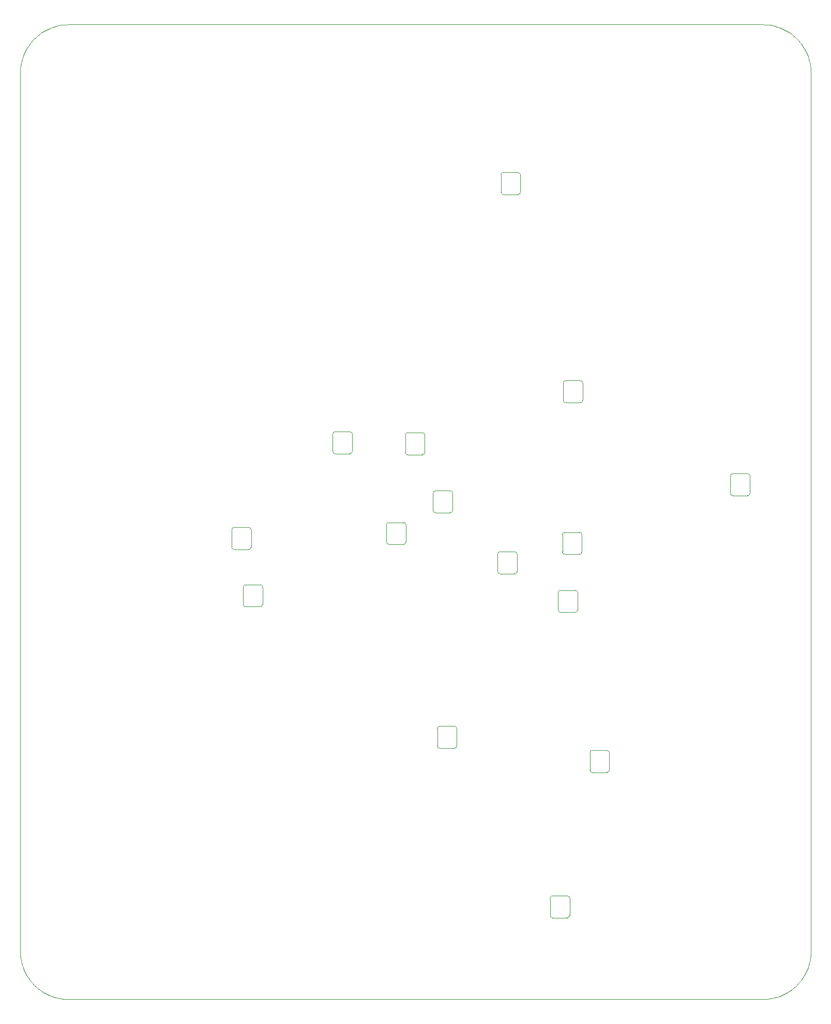
<source format=gm1>
G04 #@! TF.GenerationSoftware,KiCad,Pcbnew,7.0.10*
G04 #@! TF.CreationDate,2024-02-18T18:29:19+01:00*
G04 #@! TF.ProjectId,hackerspacesnl,6861636b-6572-4737-9061-6365736e6c2e,rev?*
G04 #@! TF.SameCoordinates,Original*
G04 #@! TF.FileFunction,Profile,NP*
%FSLAX46Y46*%
G04 Gerber Fmt 4.6, Leading zero omitted, Abs format (unit mm)*
G04 Created by KiCad (PCBNEW 7.0.10) date 2024-02-18 18:29:19*
%MOMM*%
%LPD*%
G01*
G04 APERTURE LIST*
G04 #@! TA.AperFunction,Profile*
%ADD10C,0.100000*%
G04 #@! TD*
G04 #@! TA.AperFunction,Profile*
%ADD11C,0.050000*%
G04 #@! TD*
G04 APERTURE END LIST*
D10*
X32239368Y-36860330D02*
X32249699Y-36448731D01*
X32239368Y-180411265D02*
X32239368Y-36860330D01*
X32249699Y-36448731D02*
X32280362Y-36042673D01*
X32249699Y-180822863D02*
X32239368Y-180411265D01*
X32280362Y-36042673D02*
X32330865Y-35642648D01*
X32280362Y-181228922D02*
X32249699Y-180822863D01*
X32330865Y-35642648D02*
X32400715Y-35249151D01*
X32330865Y-181628946D02*
X32280362Y-181228922D01*
X32400715Y-35249151D02*
X32489418Y-34862675D01*
X32400715Y-182022443D02*
X32330865Y-181628946D01*
X32489418Y-34862675D02*
X32596480Y-34483714D01*
X32489418Y-182408920D02*
X32400715Y-182022443D01*
X32596480Y-34483714D02*
X32721409Y-34112760D01*
X32596480Y-182787881D02*
X32489418Y-182408920D01*
X32721409Y-34112760D02*
X32863712Y-33750309D01*
X32721409Y-183158834D02*
X32596480Y-182787881D01*
X32863712Y-33750309D02*
X33022895Y-33396852D01*
X32863712Y-183521286D02*
X32721409Y-183158834D01*
X33022895Y-33396852D02*
X33198465Y-33052885D01*
X33022895Y-183874742D02*
X32863712Y-183521286D01*
X33198465Y-33052885D02*
X33389929Y-32718900D01*
X33198465Y-184218709D02*
X33022895Y-183874742D01*
X33389929Y-32718900D02*
X33596794Y-32395391D01*
X33389929Y-184552694D02*
X33198465Y-184218709D01*
X33596794Y-32395391D02*
X33818566Y-32082852D01*
X33596794Y-184876203D02*
X33389929Y-184552694D01*
X33818566Y-32082852D02*
X34054752Y-31781775D01*
X33818566Y-185188743D02*
X33596794Y-184876203D01*
X34054752Y-31781775D02*
X34304859Y-31492656D01*
X34054752Y-185489819D02*
X33818566Y-185188743D01*
X34304859Y-31492656D02*
X34568394Y-31215987D01*
X34304859Y-185778938D02*
X34054752Y-185489819D01*
X34568394Y-31215987D02*
X34844864Y-30952261D01*
X34568394Y-186055607D02*
X34304859Y-185778938D01*
X34844864Y-30952261D02*
X35133774Y-30701974D01*
X34844864Y-186319332D02*
X34568394Y-186055607D01*
X35133774Y-30701974D02*
X35434633Y-30465617D01*
X35133774Y-186569620D02*
X34844864Y-186319332D01*
X35434633Y-30465617D02*
X35746947Y-30243685D01*
X35434633Y-186805977D02*
X35133774Y-186569620D01*
X35746947Y-30243685D02*
X36070222Y-30036671D01*
X35746947Y-187027909D02*
X35434633Y-186805977D01*
X36070222Y-30036671D02*
X36403966Y-29845068D01*
X36070222Y-187234923D02*
X35746947Y-187027909D01*
X36403966Y-29845068D02*
X36747685Y-29669371D01*
X36403966Y-187426525D02*
X36070222Y-187234923D01*
X36747685Y-29669371D02*
X37100887Y-29510073D01*
X36747685Y-187602222D02*
X36403966Y-187426525D01*
X37100887Y-29510073D02*
X37463077Y-29367668D01*
X37100887Y-187761520D02*
X36747685Y-187602222D01*
X37463077Y-29367668D02*
X37833762Y-29242648D01*
X37463077Y-187903925D02*
X37100887Y-187761520D01*
X37833762Y-29242648D02*
X38212450Y-29135508D01*
X37833762Y-188028945D02*
X37463077Y-187903925D01*
X38212450Y-29135508D02*
X38598647Y-29046741D01*
X38212450Y-188136084D02*
X37833762Y-188028945D01*
X38598647Y-29046741D02*
X38991860Y-28976841D01*
X38598647Y-188224851D02*
X38212450Y-188136084D01*
X38991860Y-28976841D02*
X39391596Y-28926302D01*
X38991860Y-188294751D02*
X38598647Y-188224851D01*
X39391596Y-28926302D02*
X39797361Y-28895616D01*
X39391596Y-188345291D02*
X38991860Y-188294751D01*
X39797361Y-28895616D02*
X40208662Y-28885278D01*
X39797361Y-188375976D02*
X39391596Y-188345291D01*
X40208662Y-28885278D02*
X40208662Y-28885278D01*
X40208662Y-28885278D02*
X40208662Y-28885278D01*
X40208662Y-28885278D02*
X153771122Y-28885278D01*
X40208662Y-188386315D02*
X39797361Y-188375976D01*
X153771122Y-28885278D02*
X154182424Y-28895616D01*
X153771122Y-188386315D02*
X40208662Y-188386315D01*
X154182424Y-28895616D02*
X154588189Y-28926302D01*
X154182424Y-188375976D02*
X153771122Y-188386315D01*
X154588189Y-28926302D02*
X154987925Y-28976841D01*
X154588189Y-188345291D02*
X154182424Y-188375976D01*
X154987925Y-28976841D02*
X155381138Y-29046741D01*
X154987925Y-188294751D02*
X154588189Y-188345291D01*
X155381138Y-29046741D02*
X155767335Y-29135508D01*
X155381138Y-188224851D02*
X154987925Y-188294751D01*
X155767335Y-29135508D02*
X156146024Y-29242648D01*
X155767335Y-188136084D02*
X155381138Y-188224851D01*
X156146024Y-29242648D02*
X156516709Y-29367668D01*
X156146024Y-188028945D02*
X155767335Y-188136084D01*
X156516709Y-29367668D02*
X156878899Y-29510073D01*
X156516709Y-187903925D02*
X156146024Y-188028945D01*
X156878899Y-29510073D02*
X157232101Y-29669371D01*
X156878899Y-187761520D02*
X156516709Y-187903925D01*
X157232101Y-29669371D02*
X157575820Y-29845068D01*
X157232101Y-187602222D02*
X156878899Y-187761520D01*
X157575820Y-29845068D02*
X157909564Y-30036671D01*
X157575820Y-187426525D02*
X157232101Y-187602222D01*
X157909564Y-30036671D02*
X158232840Y-30243685D01*
X157909564Y-187234923D02*
X157575820Y-187426525D01*
X158232840Y-30243685D02*
X158545154Y-30465617D01*
X158232840Y-187027909D02*
X157909564Y-187234923D01*
X158545154Y-30465617D02*
X158846013Y-30701974D01*
X158545154Y-186805977D02*
X158232840Y-187027909D01*
X158846013Y-30701974D02*
X159134924Y-30952261D01*
X158846013Y-186569620D02*
X158545154Y-186805977D01*
X159134924Y-30952261D02*
X159411394Y-31215987D01*
X159134924Y-186319332D02*
X158846013Y-186569620D01*
X159411394Y-31215987D02*
X159674929Y-31492656D01*
X159411394Y-186055607D02*
X159134924Y-186319332D01*
X159674929Y-31492656D02*
X159925036Y-31781775D01*
X159674929Y-185778938D02*
X159411394Y-186055607D01*
X159925036Y-31781775D02*
X160161223Y-32082852D01*
X159925036Y-185489819D02*
X159674929Y-185778938D01*
X160161223Y-32082852D02*
X160382995Y-32395391D01*
X160161223Y-185188743D02*
X159925036Y-185489819D01*
X160382995Y-32395391D02*
X160589860Y-32718900D01*
X160382995Y-184876203D02*
X160161223Y-185188743D01*
X160589860Y-32718900D02*
X160781324Y-33052885D01*
X160589860Y-184552694D02*
X160382995Y-184876203D01*
X160781324Y-33052885D02*
X160956894Y-33396852D01*
X160781324Y-184218709D02*
X160589860Y-184552694D01*
X160956894Y-33396852D02*
X161116077Y-33750309D01*
X160956894Y-183874742D02*
X160781324Y-184218709D01*
X161116077Y-33750309D02*
X161258380Y-34112760D01*
X161116077Y-183521286D02*
X160956894Y-183874742D01*
X161258380Y-34112760D02*
X161383310Y-34483714D01*
X161258380Y-183158834D02*
X161116077Y-183521286D01*
X161383310Y-34483714D02*
X161490372Y-34862675D01*
X161383310Y-182787881D02*
X161258380Y-183158834D01*
X161490372Y-34862675D02*
X161579075Y-35249151D01*
X161490372Y-182408920D02*
X161383310Y-182787881D01*
X161579075Y-35249151D02*
X161648925Y-35642648D01*
X161579075Y-182022443D02*
X161490372Y-182408920D01*
X161648925Y-35642648D02*
X161699428Y-36042673D01*
X161648925Y-181628946D02*
X161579075Y-182022443D01*
X161699428Y-36042673D02*
X161730092Y-36448731D01*
X161699428Y-181228922D02*
X161648925Y-181628946D01*
X161730092Y-36448731D02*
X161740422Y-36860330D01*
X161730092Y-180822863D02*
X161699428Y-181228922D01*
X161740422Y-36860330D02*
X161740422Y-180411265D01*
X161740422Y-180411265D02*
X161730092Y-180822863D01*
D11*
X95017440Y-113946080D02*
X92617440Y-113946080D01*
X92217440Y-113546080D02*
X92217440Y-110746080D01*
X95417440Y-113546080D02*
X95417440Y-110746080D01*
X95017440Y-110346080D02*
X92617440Y-110346080D01*
X92217440Y-113546080D02*
G75*
G03*
X92617440Y-113946080I399999J-1D01*
G01*
X95017440Y-113946080D02*
G75*
G03*
X95417440Y-113546080I1J399999D01*
G01*
X92617440Y-110346080D02*
G75*
G03*
X92217440Y-110746080I0J-400000D01*
G01*
X95417440Y-110746080D02*
G75*
G03*
X95017440Y-110346080I-400000J0D01*
G01*
X71558000Y-124139100D02*
X69158000Y-124139100D01*
X68758000Y-123739100D02*
X68758000Y-120939100D01*
X71958000Y-123739100D02*
X71958000Y-120939100D01*
X71558000Y-120539100D02*
X69158000Y-120539100D01*
X68758000Y-123739100D02*
G75*
G03*
X69158000Y-124139100I399999J-1D01*
G01*
X71558000Y-124139100D02*
G75*
G03*
X71958000Y-123739100I1J399999D01*
G01*
X69158000Y-120539100D02*
G75*
G03*
X68758000Y-120939100I0J-400000D01*
G01*
X71958000Y-120939100D02*
G75*
G03*
X71558000Y-120539100I-400000J0D01*
G01*
X123959100Y-90742400D02*
X121559100Y-90742400D01*
X121159100Y-90342400D02*
X121159100Y-87542400D01*
X124359100Y-90342400D02*
X124359100Y-87542400D01*
X123959100Y-87142400D02*
X121559100Y-87142400D01*
X121159100Y-90342400D02*
G75*
G03*
X121559100Y-90742400I399999J-1D01*
G01*
X123959100Y-90742400D02*
G75*
G03*
X124359100Y-90342400I1J399999D01*
G01*
X121559100Y-87142400D02*
G75*
G03*
X121159100Y-87542400I0J-400000D01*
G01*
X124359100Y-87542400D02*
G75*
G03*
X123959100Y-87142400I-400000J0D01*
G01*
X123832100Y-115570900D02*
X121432100Y-115570900D01*
X121032100Y-115170900D02*
X121032100Y-112370900D01*
X124232100Y-115170900D02*
X124232100Y-112370900D01*
X123832100Y-111970900D02*
X121432100Y-111970900D01*
X121032100Y-115170900D02*
G75*
G03*
X121432100Y-115570900I399999J-1D01*
G01*
X123832100Y-115570900D02*
G75*
G03*
X124232100Y-115170900I1J399999D01*
G01*
X121432100Y-111970900D02*
G75*
G03*
X121032100Y-112370900I0J-400000D01*
G01*
X124232100Y-112370900D02*
G75*
G03*
X123832100Y-111970900I-400000J0D01*
G01*
X113214900Y-118758600D02*
X110814900Y-118758600D01*
X110414900Y-118358600D02*
X110414900Y-115558600D01*
X113614900Y-118358600D02*
X113614900Y-115558600D01*
X113214900Y-115158600D02*
X110814900Y-115158600D01*
X110414900Y-118358600D02*
G75*
G03*
X110814900Y-118758600I399999J-1D01*
G01*
X113214900Y-118758600D02*
G75*
G03*
X113614900Y-118358600I1J399999D01*
G01*
X110814900Y-115158600D02*
G75*
G03*
X110414900Y-115558600I0J-400000D01*
G01*
X113614900Y-115558600D02*
G75*
G03*
X113214900Y-115158600I-400000J0D01*
G01*
X103347000Y-147295500D02*
X100947000Y-147295500D01*
X100547000Y-146895500D02*
X100547000Y-144095500D01*
X103747000Y-146895500D02*
X103747000Y-144095500D01*
X103347000Y-143695500D02*
X100947000Y-143695500D01*
X100547000Y-146895500D02*
G75*
G03*
X100947000Y-147295500I399999J-1D01*
G01*
X103347000Y-147295500D02*
G75*
G03*
X103747000Y-146895500I1J399999D01*
G01*
X100947000Y-143695500D02*
G75*
G03*
X100547000Y-144095500I0J-400000D01*
G01*
X103747000Y-144095500D02*
G75*
G03*
X103347000Y-143695500I-400000J0D01*
G01*
X98101900Y-99264100D02*
X95701900Y-99264100D01*
X95301900Y-98864100D02*
X95301900Y-96064100D01*
X98501900Y-98864100D02*
X98501900Y-96064100D01*
X98101900Y-95664100D02*
X95701900Y-95664100D01*
X95301900Y-98864100D02*
G75*
G03*
X95701900Y-99264100I399999J-1D01*
G01*
X98101900Y-99264100D02*
G75*
G03*
X98501900Y-98864100I1J399999D01*
G01*
X95701900Y-95664100D02*
G75*
G03*
X95301900Y-96064100I0J-400000D01*
G01*
X98501900Y-96064100D02*
G75*
G03*
X98101900Y-95664100I-400000J0D01*
G01*
X151339400Y-105970480D02*
X148939400Y-105970480D01*
X148539400Y-105570480D02*
X148539400Y-102770480D01*
X151739400Y-105570480D02*
X151739400Y-102770480D01*
X151339400Y-102370480D02*
X148939400Y-102370480D01*
X148539400Y-105570480D02*
G75*
G03*
X148939400Y-105970480I399999J-1D01*
G01*
X151339400Y-105970480D02*
G75*
G03*
X151739400Y-105570480I1J399999D01*
G01*
X148939400Y-102370480D02*
G75*
G03*
X148539400Y-102770480I0J-400000D01*
G01*
X151739400Y-102770480D02*
G75*
G03*
X151339400Y-102370480I-400000J0D01*
G01*
X123125080Y-125056040D02*
X120725080Y-125056040D01*
X120325080Y-124656040D02*
X120325080Y-121856040D01*
X123525080Y-124656040D02*
X123525080Y-121856040D01*
X123125080Y-121456040D02*
X120725080Y-121456040D01*
X120325080Y-124656040D02*
G75*
G03*
X120725080Y-125056040I399999J-1D01*
G01*
X123125080Y-125056040D02*
G75*
G03*
X123525080Y-124656040I1J399999D01*
G01*
X120725080Y-121456040D02*
G75*
G03*
X120325080Y-121856040I0J-400000D01*
G01*
X123525080Y-121856040D02*
G75*
G03*
X123125080Y-121456040I-400000J0D01*
G01*
X121812800Y-175032300D02*
X119412800Y-175032300D01*
X119012800Y-174632300D02*
X119012800Y-171832300D01*
X122212800Y-174632300D02*
X122212800Y-171832300D01*
X121812800Y-171432300D02*
X119412800Y-171432300D01*
X119012800Y-174632300D02*
G75*
G03*
X119412800Y-175032300I399999J-1D01*
G01*
X121812800Y-175032300D02*
G75*
G03*
X122212800Y-174632300I1J399999D01*
G01*
X119412800Y-171432300D02*
G75*
G03*
X119012800Y-171832300I0J-400000D01*
G01*
X122212800Y-171832300D02*
G75*
G03*
X121812800Y-171432300I-400000J0D01*
G01*
X86227400Y-99099000D02*
X83827400Y-99099000D01*
X83427400Y-98699000D02*
X83427400Y-95899000D01*
X86627400Y-98699000D02*
X86627400Y-95899000D01*
X86227400Y-95499000D02*
X83827400Y-95499000D01*
X83427400Y-98699000D02*
G75*
G03*
X83827400Y-99099000I399999J-1D01*
G01*
X86227400Y-99099000D02*
G75*
G03*
X86627400Y-98699000I1J399999D01*
G01*
X83827400Y-95499000D02*
G75*
G03*
X83427400Y-95899000I0J-400000D01*
G01*
X86627400Y-95899000D02*
G75*
G03*
X86227400Y-95499000I-400000J0D01*
G01*
X69677500Y-114770800D02*
X67277500Y-114770800D01*
X66877500Y-114370800D02*
X66877500Y-111570800D01*
X70077500Y-114370800D02*
X70077500Y-111570800D01*
X69677500Y-111170800D02*
X67277500Y-111170800D01*
X66877500Y-114370800D02*
G75*
G03*
X67277500Y-114770800I399999J-1D01*
G01*
X69677500Y-114770800D02*
G75*
G03*
X70077500Y-114370800I1J399999D01*
G01*
X67277500Y-111170800D02*
G75*
G03*
X66877500Y-111570800I0J-400000D01*
G01*
X70077500Y-111570800D02*
G75*
G03*
X69677500Y-111170800I-400000J0D01*
G01*
X102648500Y-108776400D02*
X100248500Y-108776400D01*
X99848500Y-108376400D02*
X99848500Y-105576400D01*
X103048500Y-108376400D02*
X103048500Y-105576400D01*
X102648500Y-105176400D02*
X100248500Y-105176400D01*
X99848500Y-108376400D02*
G75*
G03*
X100248500Y-108776400I399999J-1D01*
G01*
X102648500Y-108776400D02*
G75*
G03*
X103048500Y-108376400I1J399999D01*
G01*
X100248500Y-105176400D02*
G75*
G03*
X99848500Y-105576400I0J-400000D01*
G01*
X103048500Y-105576400D02*
G75*
G03*
X102648500Y-105176400I-400000J0D01*
G01*
X113759200Y-56693700D02*
X111359200Y-56693700D01*
X110959200Y-56293700D02*
X110959200Y-53493700D01*
X114159200Y-56293700D02*
X114159200Y-53493700D01*
X113759200Y-53093700D02*
X111359200Y-53093700D01*
X110959200Y-56293700D02*
G75*
G03*
X111359200Y-56693700I399999J-1D01*
G01*
X113759200Y-56693700D02*
G75*
G03*
X114159200Y-56293700I1J399999D01*
G01*
X111359200Y-53093700D02*
G75*
G03*
X110959200Y-53493700I0J-400000D01*
G01*
X114159200Y-53493700D02*
G75*
G03*
X113759200Y-53093700I-400000J0D01*
G01*
X128315200Y-151257900D02*
X125915200Y-151257900D01*
X125515200Y-150857900D02*
X125515200Y-148057900D01*
X128715200Y-150857900D02*
X128715200Y-148057900D01*
X128315200Y-147657900D02*
X125915200Y-147657900D01*
X125515200Y-150857900D02*
G75*
G03*
X125915200Y-151257900I399999J-1D01*
G01*
X128315200Y-151257900D02*
G75*
G03*
X128715200Y-150857900I1J399999D01*
G01*
X125915200Y-147657900D02*
G75*
G03*
X125515200Y-148057900I0J-400000D01*
G01*
X128715200Y-148057900D02*
G75*
G03*
X128315200Y-147657900I-400000J0D01*
G01*
M02*

</source>
